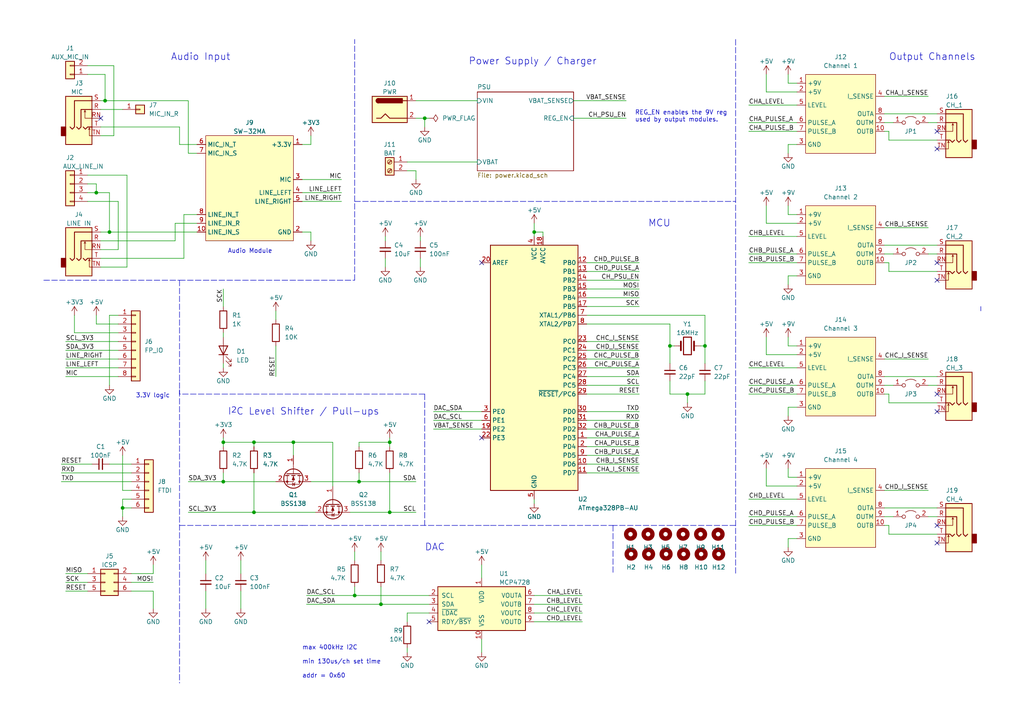
<source format=kicad_sch>
(kicad_sch (version 20211123) (generator eeschema)
  (paper "A4")
  (title_block (title "SW-3240: Main Board") (date "2022-04-07") (rev "1") (company "saawsm") (comment 1 "See connector FP_IO and front panel board.") (comment 2 "Requires an I2C connection for control.") (comment 3 "The main board for the SW-3240."))
  (junction (at 199.39 114.3))
  (junction (at 30.48 29.21))
  (junction (at 64.77 128.27))
  (junction (at 104.14 139.7))
  (junction (at 73.66 128.27))
  (junction (at 154.94 67.31))
  (junction (at 123.19 34.29))
  (junction (at 113.03 128.27))
  (junction (at 27.94 55.88))
  (junction (at 64.77 139.7))
  (junction (at 113.03 148.59))
  (junction (at 35.56 147.32))
  (junction (at 102.87 172.72))
  (junction (at 31.75 67.31))
  (junction (at 85.09 128.27))
  (junction (at 204.47 100.33))
  (junction (at 73.66 148.59))
  (junction (at 110.49 175.26))
  (junction (at 194.31 100.33))
  (no_connect (at 271.78 43.18))
  (no_connect (at 29.21 34.29))
  (no_connect (at 271.78 157.48))
  (no_connect (at 124.46 180.34))
  (no_connect (at 271.78 81.28))
  (no_connect (at 139.7 76.2))
  (no_connect (at 139.7 127))
  (no_connect (at 271.78 38.1))
  (no_connect (at 271.78 76.2))
  (no_connect (at 271.78 119.38))
  (no_connect (at 271.78 152.4))
  (no_connect (at 271.78 114.3))
  (wire (pts (xy 269.24 111.76) (xy 271.78 111.76)))
  (wire (pts (xy 87.63 58.42) (xy 99.06 58.42)))
  (wire (pts (xy 257.81 76.2) (xy 257.81 78.74)))
  (wire (pts (xy 168.91 180.34) (xy 154.94 180.34)))
  (wire (pts (xy 269.24 27.94) (xy 256.54 27.94)))
  (wire (pts (xy 154.94 64.77) (xy 154.94 67.31)))
  (wire (pts (xy 228.6 62.23) (xy 228.6 59.69)))
  (wire (pts (xy 113.03 127) (xy 113.03 128.27)))
  (wire (pts (xy 102.87 170.18) (xy 102.87 172.72)))
  (wire (pts (xy 118.11 187.96) (xy 118.11 189.23)))
  (wire (pts (xy 194.31 114.3) (xy 199.39 114.3)))
  (wire (pts (xy 199.39 116.84) (xy 199.39 114.3)))
  (wire (pts (xy 104.14 139.7) (xy 120.65 139.7)))
  (wire (pts (xy 29.21 29.21) (xy 30.48 29.21)))
  (wire (pts (xy 27.94 93.98) (xy 34.29 93.98)))
  (wire (pts (xy 31.75 55.88) (xy 31.75 67.31)))
  (wire (pts (xy 228.6 118.11) (xy 231.14 118.11)))
  (wire (pts (xy 228.6 80.01) (xy 231.14 80.01)))
  (wire (pts (xy 170.18 121.92) (xy 185.42 121.92)))
  (wire (pts (xy 96.52 128.27) (xy 85.09 128.27)))
  (wire (pts (xy 29.21 39.37) (xy 33.02 39.37)))
  (wire (pts (xy 54.61 148.59) (xy 73.66 148.59)))
  (wire (pts (xy 256.54 109.22) (xy 271.78 109.22)))
  (wire (pts (xy 168.91 172.72) (xy 154.94 172.72)))
  (wire (pts (xy 102.87 172.72) (xy 124.46 172.72)))
  (wire (pts (xy 59.69 162.56) (xy 59.69 166.37)))
  (wire (pts (xy 57.15 62.23) (xy 53.34 62.23)))
  (wire (pts (xy 29.21 31.75) (xy 35.56 31.75)))
  (wire (pts (xy 34.29 58.42) (xy 34.29 72.39)))
  (wire (pts (xy 30.48 21.59) (xy 30.48 29.21)))
  (wire (pts (xy 50.8 64.77) (xy 50.8 69.85)))
  (wire (pts (xy 44.45 168.91) (xy 38.1 168.91)))
  (wire (pts (xy 222.25 59.69) (xy 222.25 64.77)))
  (wire (pts (xy 21.59 96.52) (xy 21.59 91.44)))
  (wire (pts (xy 69.85 162.56) (xy 69.85 166.37)))
  (wire (pts (xy 87.63 52.07) (xy 99.06 52.07)))
  (wire (pts (xy 35.56 142.24) (xy 38.1 142.24)))
  (wire (pts (xy 73.66 128.27) (xy 73.66 129.54)))
  (wire (pts (xy 269.24 35.56) (xy 271.78 35.56)))
  (wire (pts (xy 170.18 127) (xy 185.42 127)))
  (wire (pts (xy 27.94 91.44) (xy 27.94 93.98)))
  (wire (pts (xy 57.15 44.45) (xy 54.61 44.45)))
  (wire (pts (xy 139.7 119.38) (xy 125.73 119.38)))
  (wire (pts (xy 59.69 171.45) (xy 59.69 176.53)))
  (wire (pts (xy 125.73 124.46) (xy 139.7 124.46)))
  (wire (pts (xy 256.54 33.02) (xy 271.78 33.02)))
  (wire (pts (xy 185.42 86.36) (xy 170.18 86.36)))
  (wire (pts (xy 73.66 148.59) (xy 91.44 148.59)))
  (wire (pts (xy 217.17 68.58) (xy 231.14 68.58)))
  (wire (pts (xy 204.47 110.49) (xy 204.47 114.3)))
  (wire (pts (xy 110.49 160.02) (xy 110.49 162.56)))
  (wire (pts (xy 139.7 185.42) (xy 139.7 189.23)))
  (wire (pts (xy 228.6 100.33) (xy 228.6 97.79)))
  (wire (pts (xy 118.11 177.8) (xy 118.11 180.34)))
  (wire (pts (xy 170.18 119.38) (xy 185.42 119.38)))
  (wire (pts (xy 25.4 55.88) (xy 27.94 55.88)))
  (wire (pts (xy 154.94 146.05) (xy 154.94 144.78)))
  (wire (pts (xy 269.24 66.04) (xy 256.54 66.04)))
  (wire (pts (xy 29.21 77.47) (xy 36.83 77.47)))
  (wire (pts (xy 123.19 34.29) (xy 124.46 34.29)))
  (wire (pts (xy 228.6 138.43) (xy 228.6 135.89)))
  (wire (pts (xy 25.4 166.37) (xy 19.05 166.37)))
  (wire (pts (xy 228.6 158.75) (xy 228.6 156.21)))
  (wire (pts (xy 88.9 175.26) (xy 110.49 175.26)))
  (wire (pts (xy 168.91 177.8) (xy 154.94 177.8)))
  (wire (pts (xy 57.15 64.77) (xy 50.8 64.77)))
  (polyline (pts (xy 284.48 88.9) (xy 284.48 90.17)))
  (wire (pts (xy 228.6 120.65) (xy 228.6 118.11)))
  (wire (pts (xy 204.47 114.3) (xy 199.39 114.3)))
  (wire (pts (xy 170.18 109.22) (xy 185.42 109.22)))
  (wire (pts (xy 34.29 106.68) (xy 19.05 106.68)))
  (wire (pts (xy 34.29 96.52) (xy 21.59 96.52)))
  (polyline (pts (xy 102.87 81.28) (xy 102.87 11.43)))
  (wire (pts (xy 29.21 72.39) (xy 34.29 72.39)))
  (wire (pts (xy 257.81 38.1) (xy 257.81 40.64)))
  (polyline (pts (xy 213.36 152.4) (xy 177.8 152.4)))
  (wire (pts (xy 120.65 29.21) (xy 138.43 29.21)))
  (wire (pts (xy 104.14 137.16) (xy 104.14 139.7)))
  (wire (pts (xy 110.49 170.18) (xy 110.49 175.26)))
  (wire (pts (xy 269.24 104.14) (xy 256.54 104.14)))
  (wire (pts (xy 228.6 82.55) (xy 228.6 80.01)))
  (wire (pts (xy 170.18 132.08) (xy 185.42 132.08)))
  (wire (pts (xy 170.18 76.2) (xy 185.42 76.2)))
  (wire (pts (xy 38.1 147.32) (xy 35.56 147.32)))
  (wire (pts (xy 80.01 90.17) (xy 80.01 92.71)))
  (wire (pts (xy 194.31 93.98) (xy 194.31 100.33)))
  (wire (pts (xy 90.17 41.91) (xy 90.17 39.37)))
  (wire (pts (xy 54.61 29.21) (xy 54.61 44.45)))
  (wire (pts (xy 34.29 109.22) (xy 19.05 109.22)))
  (wire (pts (xy 118.11 49.53) (xy 120.65 49.53)))
  (wire (pts (xy 64.77 139.7) (xy 80.01 139.7)))
  (wire (pts (xy 256.54 38.1) (xy 257.81 38.1)))
  (wire (pts (xy 256.54 73.66) (xy 259.08 73.66)))
  (wire (pts (xy 170.18 137.16) (xy 185.42 137.16)))
  (wire (pts (xy 53.34 62.23) (xy 53.34 74.93)))
  (wire (pts (xy 228.6 41.91) (xy 231.14 41.91)))
  (wire (pts (xy 102.87 160.02) (xy 102.87 162.56)))
  (wire (pts (xy 101.6 148.59) (xy 113.03 148.59)))
  (wire (pts (xy 90.17 139.7) (xy 104.14 139.7)))
  (wire (pts (xy 139.7 121.92) (xy 125.73 121.92)))
  (wire (pts (xy 231.14 26.67) (xy 222.25 26.67)))
  (wire (pts (xy 256.54 147.32) (xy 271.78 147.32)))
  (wire (pts (xy 29.21 67.31) (xy 31.75 67.31)))
  (wire (pts (xy 217.17 144.78) (xy 231.14 144.78)))
  (wire (pts (xy 195.58 100.33) (xy 194.31 100.33)))
  (wire (pts (xy 25.4 50.8) (xy 36.83 50.8)))
  (wire (pts (xy 185.42 81.28) (xy 170.18 81.28)))
  (wire (pts (xy 269.24 142.24) (xy 256.54 142.24)))
  (wire (pts (xy 120.65 52.07) (xy 120.65 49.53)))
  (wire (pts (xy 194.31 110.49) (xy 194.31 114.3)))
  (wire (pts (xy 228.6 156.21) (xy 231.14 156.21)))
  (wire (pts (xy 64.77 128.27) (xy 64.77 127)))
  (wire (pts (xy 121.92 74.93) (xy 121.92 77.47)))
  (wire (pts (xy 231.14 138.43) (xy 228.6 138.43)))
  (wire (pts (xy 73.66 137.16) (xy 73.66 148.59)))
  (wire (pts (xy 123.19 36.83) (xy 123.19 34.29)))
  (wire (pts (xy 170.18 129.54) (xy 185.42 129.54)))
  (wire (pts (xy 27.94 55.88) (xy 31.75 55.88)))
  (wire (pts (xy 44.45 163.83) (xy 44.45 166.37)))
  (wire (pts (xy 31.75 91.44) (xy 31.75 111.76)))
  (wire (pts (xy 118.11 46.99) (xy 138.43 46.99)))
  (wire (pts (xy 96.52 140.97) (xy 96.52 128.27)))
  (polyline (pts (xy 52.07 152.4) (xy 87.63 152.4)))
  (wire (pts (xy 35.56 144.78) (xy 35.56 147.32)))
  (wire (pts (xy 104.14 128.27) (xy 113.03 128.27)))
  (wire (pts (xy 217.17 30.48) (xy 231.14 30.48)))
  (wire (pts (xy 222.25 21.59) (xy 222.25 26.67)))
  (wire (pts (xy 217.17 76.2) (xy 231.14 76.2)))
  (wire (pts (xy 90.17 69.85) (xy 90.17 67.31)))
  (polyline (pts (xy 12.7 81.28) (xy 52.07 81.28)))
  (wire (pts (xy 217.17 73.66) (xy 231.14 73.66)))
  (polyline (pts (xy 213.36 11.43) (xy 213.36 166.37)))
  (wire (pts (xy 170.18 114.3) (xy 185.42 114.3)))
  (wire (pts (xy 166.37 29.21) (xy 181.61 29.21)))
  (wire (pts (xy 53.34 74.93) (xy 29.21 74.93)))
  (wire (pts (xy 19.05 99.06) (xy 34.29 99.06)))
  (wire (pts (xy 38.1 144.78) (xy 35.56 144.78)))
  (wire (pts (xy 64.77 88.9) (xy 64.77 83.82)))
  (wire (pts (xy 194.31 100.33) (xy 194.31 105.41)))
  (wire (pts (xy 38.1 139.7) (xy 17.78 139.7)))
  (wire (pts (xy 203.2 100.33) (xy 204.47 100.33)))
  (wire (pts (xy 111.76 74.93) (xy 111.76 77.47)))
  (wire (pts (xy 73.66 128.27) (xy 85.09 128.27)))
  (wire (pts (xy 170.18 134.62) (xy 185.42 134.62)))
  (wire (pts (xy 170.18 91.44) (xy 204.47 91.44)))
  (wire (pts (xy 170.18 93.98) (xy 194.31 93.98)))
  (wire (pts (xy 154.94 67.31) (xy 154.94 68.58)))
  (wire (pts (xy 256.54 71.12) (xy 271.78 71.12)))
  (wire (pts (xy 38.1 171.45) (xy 44.45 171.45)))
  (wire (pts (xy 257.81 154.94) (xy 271.78 154.94)))
  (wire (pts (xy 69.85 171.45) (xy 69.85 176.53)))
  (wire (pts (xy 27.94 55.88) (xy 27.94 53.34)))
  (wire (pts (xy 25.4 58.42) (xy 34.29 58.42)))
  (wire (pts (xy 87.63 41.91) (xy 90.17 41.91)))
  (wire (pts (xy 85.09 128.27) (xy 85.09 132.08)))
  (wire (pts (xy 33.02 19.05) (xy 33.02 39.37)))
  (wire (pts (xy 31.75 134.62) (xy 38.1 134.62)))
  (wire (pts (xy 217.17 35.56) (xy 231.14 35.56)))
  (wire (pts (xy 170.18 78.74) (xy 185.42 78.74)))
  (polyline (pts (xy 52.07 81.28) (xy 52.07 198.12)))
  (wire (pts (xy 64.77 105.41) (xy 64.77 106.68)))
  (wire (pts (xy 44.45 166.37) (xy 38.1 166.37)))
  (polyline (pts (xy 102.87 58.42) (xy 213.36 58.42)))
  (wire (pts (xy 185.42 83.82) (xy 170.18 83.82)))
  (wire (pts (xy 222.25 97.79) (xy 222.25 102.87)))
  (wire (pts (xy 34.29 91.44) (xy 31.75 91.44)))
  (wire (pts (xy 90.17 67.31) (xy 87.63 67.31)))
  (wire (pts (xy 204.47 91.44) (xy 204.47 100.33)))
  (wire (pts (xy 170.18 111.76) (xy 185.42 111.76)))
  (wire (pts (xy 257.81 114.3) (xy 257.81 116.84)))
  (wire (pts (xy 166.37 34.29) (xy 181.61 34.29)))
  (wire (pts (xy 27.94 53.34) (xy 25.4 53.34)))
  (wire (pts (xy 35.56 132.08) (xy 35.56 142.24)))
  (wire (pts (xy 269.24 149.86) (xy 271.78 149.86)))
  (wire (pts (xy 217.17 38.1) (xy 231.14 38.1)))
  (wire (pts (xy 217.17 114.3) (xy 231.14 114.3)))
  (wire (pts (xy 231.14 102.87) (xy 222.25 102.87)))
  (wire (pts (xy 38.1 137.16) (xy 17.78 137.16)))
  (wire (pts (xy 87.63 55.88) (xy 99.06 55.88)))
  (wire (pts (xy 256.54 35.56) (xy 259.08 35.56)))
  (wire (pts (xy 257.81 152.4) (xy 257.81 154.94)))
  (wire (pts (xy 168.91 175.26) (xy 154.94 175.26)))
  (wire (pts (xy 157.48 68.58) (xy 157.48 67.31)))
  (wire (pts (xy 228.6 44.45) (xy 228.6 41.91)))
  (wire (pts (xy 228.6 24.13) (xy 228.6 21.59)))
  (polyline (pts (xy 123.19 114.3) (xy 52.07 114.3)))
  (wire (pts (xy 19.05 168.91) (xy 25.4 168.91)))
  (wire (pts (xy 30.48 29.21) (xy 54.61 29.21)))
  (wire (pts (xy 64.77 128.27) (xy 73.66 128.27)))
  (polyline (pts (xy 123.19 114.3) (xy 123.19 152.4)))
  (wire (pts (xy 113.03 128.27) (xy 113.03 129.54)))
  (wire (pts (xy 231.14 100.33) (xy 228.6 100.33)))
  (wire (pts (xy 170.18 104.14) (xy 185.42 104.14)))
  (polyline (pts (xy 87.63 152.4) (xy 142.24 152.4)))
  (wire (pts (xy 50.8 69.85) (xy 29.21 69.85)))
  (wire (pts (xy 185.42 101.6) (xy 170.18 101.6)))
  (wire (pts (xy 111.76 68.58) (xy 111.76 69.85)))
  (wire (pts (xy 31.75 67.31) (xy 57.15 67.31)))
  (wire (pts (xy 269.24 73.66) (xy 271.78 73.66)))
  (wire (pts (xy 217.17 149.86) (xy 231.14 149.86)))
  (wire (pts (xy 256.54 111.76) (xy 259.08 111.76)))
  (wire (pts (xy 256.54 152.4) (xy 257.81 152.4)))
  (wire (pts (xy 139.7 163.83) (xy 139.7 167.64)))
  (wire (pts (xy 231.14 62.23) (xy 228.6 62.23)))
  (wire (pts (xy 217.17 111.76) (xy 231.14 111.76)))
  (wire (pts (xy 25.4 21.59) (xy 30.48 21.59)))
  (wire (pts (xy 64.77 137.16) (xy 64.77 139.7)))
  (wire (pts (xy 19.05 101.6) (xy 34.29 101.6)))
  (wire (pts (xy 113.03 148.59) (xy 120.65 148.59)))
  (wire (pts (xy 185.42 88.9) (xy 170.18 88.9)))
  (wire (pts (xy 154.94 67.31) (xy 157.48 67.31)))
  (wire (pts (xy 34.29 104.14) (xy 19.05 104.14)))
  (wire (pts (xy 256.54 76.2) (xy 257.81 76.2)))
  (wire (pts (xy 222.25 135.89) (xy 222.25 140.97)))
  (wire (pts (xy 170.18 124.46) (xy 185.42 124.46)))
  (polyline (pts (xy 177.8 157.48) (xy 177.8 166.37)))
  (wire (pts (xy 64.77 96.52) (xy 64.77 97.79)))
  (wire (pts (xy 36.83 50.8) (xy 36.83 77.47)))
  (wire (pts (xy 110.49 175.26) (xy 124.46 175.26)))
  (wire (pts (xy 257.81 116.84) (xy 271.78 116.84)))
  (wire (pts (xy 256.54 149.86) (xy 259.08 149.86)))
  (wire (pts (xy 64.77 128.27) (xy 64.77 129.54)))
  (wire (pts (xy 88.9 172.72) (xy 102.87 172.72)))
  (wire (pts (xy 57.15 41.91) (xy 52.07 41.91)))
  (wire (pts (xy 124.46 177.8) (xy 118.11 177.8)))
  (wire (pts (xy 113.03 137.16) (xy 113.03 148.59)))
  (wire (pts (xy 204.47 100.33) (xy 204.47 105.41)))
  (wire (pts (xy 217.17 106.68) (xy 231.14 106.68)))
  (wire (pts (xy 231.14 140.97) (xy 222.25 140.97)))
  (wire (pts (xy 256.54 114.3) (xy 257.81 114.3)))
  (wire (pts (xy 25.4 171.45) (xy 19.05 171.45)))
  (wire (pts (xy 231.14 64.77) (xy 222.25 64.77)))
  (wire (pts (xy 44.45 171.45) (xy 44.45 176.53)))
  (wire (pts (xy 104.14 129.54) (xy 104.14 128.27)))
  (wire (pts (xy 52.07 41.91) (xy 52.07 36.83)))
  (wire (pts (xy 170.18 106.68) (xy 185.42 106.68)))
  (wire (pts (xy 17.78 134.62) (xy 26.67 134.62)))
  (wire (pts (xy 170.18 99.06) (xy 185.42 99.06)))
  (wire (pts (xy 257.81 78.74) (xy 271.78 78.74)))
  (polyline (pts (xy 52.07 81.28) (xy 102.87 81.28)))
  (wire (pts (xy 35.56 147.32) (xy 35.56 149.86)))
  (wire (pts (xy 54.61 139.7) (xy 64.77 139.7)))
  (wire (pts (xy 231.14 24.13) (xy 228.6 24.13)))
  (wire (pts (xy 217.17 152.4) (xy 231.14 152.4)))
  (wire (pts (xy 80.01 100.33) (xy 80.01 109.22)))
  (wire (pts (xy 121.92 68.58) (xy 121.92 69.85)))
  (wire (pts (xy 25.4 19.05) (xy 33.02 19.05)))
  (wire (pts (xy 257.81 40.64) (xy 271.78 40.64)))
  (polyline (pts (xy 52.07 114.3) (xy 52.07 113.03)))
  (polyline (pts (xy 177.8 152.4) (xy 177.8 157.48)))
  (wire (pts (xy 123.19 34.29) (xy 120.65 34.29)))
  (wire (pts (xy 52.07 36.83) (xy 29.21 36.83)))
  (polyline (pts (xy 142.24 152.4) (xy 177.8 152.4)))
  (text "I^{2}C Level Shifter / Pull-ups" (at 66.04 120.65 0) (effects (font (size 2 2)) (justify left bottom)))
  (text "3.3V logic" (at 39.37 115.57 0) (effects (font (size 1.27 1.27)) (justify left bottom)))
  (text "MCU" (at 187.96 66.04 0) (effects (font (size 2 2)) (justify left bottom)))
  (text "Output Channels" (at 257.81 17.78 0) (effects (font (size 2 2)) (justify left bottom)))
  (text "Audio Input" (at 49.53 17.78 0) (effects (font (size 2 2)) (justify left bottom)))
  (text "REG_EN enables the 9V reg\nused by output modules." (at 184.15 35.56 0) (effects (font (size 1.27 1.27)) (justify left bottom)))
  (text "Power Supply / Charger" (at 135.89 19.05 0) (effects (font (size 2 2)) (justify left bottom)))
  (text "DAC\n" (at 123.19 160.02 0) (effects (font (size 2 2)) (justify left bottom)))
  (text "max 400kHz I2C\n\nmin 130us/ch set time\n\naddr = 0x60" (at 87.63 196.85 0) (effects (font (size 1.27 1.27)) (justify left bottom)))
  (text "Audio Module" (at 66.04 73.66 0) (effects (font (size 1.27 1.27)) (justify left bottom)))
  (label "CHD_PULSE_B" (at 217.17 152.4 0))
  (label "CHC_LEVEL" (at 168.91 177.8 180))
  (label "RESET" (at 19.05 171.45 0))
  (label "SCK" (at 185.42 88.9 180))
  (label "CHC_PULSE_B" (at 185.42 104.14 180))
  (label "CHA_LEVEL" (at 168.91 172.72 180))
  (label "CHC_LEVEL" (at 217.17 106.68 0))
  (label "MISO" (at 185.42 86.36 180))
  (label "CHB_PULSE_A" (at 185.42 132.08 180))
  (label "LINE_RIGHT" (at 99.06 58.42 180))
  (label "DAC_SDA" (at 125.73 119.38 0))
  (label "CHA_PULSE_A" (at 217.17 35.56 0))
  (label "RXD" (at 185.42 121.92 180))
  (label "CHD_PULSE_A" (at 217.17 149.86 0))
  (label "CHA_I_SENSE" (at 185.42 137.16 180))
  (label "CHD_LEVEL" (at 168.91 180.34 180))
  (label "CH_PSU_EN" (at 185.42 81.28 180))
  (label "MOSI" (at 44.45 168.91 180))
  (label "SCL" (at 120.65 148.59 180))
  (label "CHB_PULSE_B" (at 217.17 76.2 0))
  (label "SCL_3V3" (at 54.61 148.59 0))
  (label "CHB_I_SENSE" (at 269.24 66.04 180))
  (label "CHB_LEVEL" (at 168.91 175.26 180))
  (label "DAC_SDA" (at 88.9 175.26 0))
  (label "SCK" (at 19.05 168.91 0))
  (label "CHA_I_SENSE" (at 269.24 27.94 180))
  (label "CHA_PULSE_A" (at 185.42 127 180))
  (label "MISO" (at 19.05 166.37 0))
  (label "VBAT_SENSE" (at 125.73 124.46 0))
  (label "SCL" (at 185.42 111.76 180))
  (label "CHA_LEVEL" (at 217.17 30.48 0))
  (label "CHD_I_SENSE" (at 269.24 142.24 180))
  (label "SDA" (at 120.65 139.7 180))
  (label "CHC_I_SENSE" (at 185.42 99.06 180))
  (label "CHC_PULSE_B" (at 217.17 114.3 0))
  (label "SCL_3V3" (at 19.05 99.06 0))
  (label "CHA_PULSE_B" (at 185.42 129.54 180))
  (label "MOSI" (at 185.42 83.82 180))
  (label "CHB_PULSE_A" (at 217.17 73.66 0))
  (label "RESET" (at 185.42 114.3 180))
  (label "SDA_3V3" (at 54.61 139.7 0))
  (label "CHD_LEVEL" (at 217.17 144.78 0))
  (label "CHC_I_SENSE" (at 269.24 104.14 180))
  (label "MIC" (at 99.06 52.07 180))
  (label "CHD_PULSE_B" (at 185.42 76.2 180))
  (label "SDA" (at 185.42 109.22 180))
  (label "CHB_PULSE_B" (at 185.42 124.46 180))
  (label "CH_PSU_EN" (at 181.61 34.29 180))
  (label "CHD_PULSE_A" (at 185.42 78.74 180))
  (label "SCK" (at 64.77 83.82 270))
  (label "CHB_LEVEL" (at 217.17 68.58 0))
  (label "TXD" (at 17.78 139.7 0))
  (label "LINE_LEFT" (at 19.05 106.68 0))
  (label "SDA_3V3" (at 19.05 101.6 0))
  (label "LINE_RIGHT" (at 19.05 104.14 0))
  (label "CHD_I_SENSE" (at 185.42 101.6 180))
  (label "RESET" (at 80.01 109.22 90))
  (label "RXD" (at 17.78 137.16 0))
  (label "CHA_PULSE_B" (at 217.17 38.1 0))
  (label "CHB_I_SENSE" (at 185.42 134.62 180))
  (label "DAC_SCL" (at 88.9 172.72 0))
  (label "CHC_PULSE_A" (at 185.42 106.68 180))
  (label "RESET" (at 17.78 134.62 0))
  (label "CHC_PULSE_A" (at 217.17 111.76 0))
  (label "TXD" (at 185.42 119.38 180))
  (label "MIC" (at 19.05 109.22 0))
  (label "VBAT_SENSE" (at 181.61 29.21 180))
  (label "LINE_LEFT" (at 99.06 55.88 180))
  (label "DAC_SCL" (at 125.73 121.92 0))
  (symbol (lib_id "Connector_Generic:Conn_01x06") (at 43.18 139.7 0) (unit 1)
    (property "Reference" "J8" (at 45.72 139.6999 0) (effects (justify left)))
    (property "Value" "FTDI" (at 45.72 142.2399 0) (effects (justify left)))
    (property "Footprint" "Connector_PinHeader_2.54mm:PinHeader_1x06_P2.54mm_Vertical" (effects hide))
  )
  (symbol (lib_id "Connector:Barrel_Jack") (at 113.03 31.75 0) (unit 1)
    (property "Reference" "J10" (at 113.03 24.13 0))
    (property "Value" "PWR" (at 113.03 26.67 0))
    (property "Footprint" "SaawLib:BarrelJack_CUI_PJ-102AH_Horizontal" (effects hide))
    (property "MPN" "PJ-102AH" (effects hide))
    (property "MOUSER" "490-PJ-102AH" (effects hide))
  )
  (symbol (lib_id "Device:C_Small") (at 29.21 134.62 90) (unit 1)
    (property "Reference" "C1" (at 29.21 129.54 90))
    (property "Value" "100nF" (at 29.21 132.08 90))
    (property "Footprint" "Capacitor_SMD:C_0603_1608Metric" (effects hide))
    (property "MOUSER" "187-CL10B104KB8NNNC" (effects hide))
    (property "MPN" "CL10B104KB8NNNC" (effects hide))
    (property "LCSC" "C1591" (effects hide))
  )
  (symbol (lib_id "power:+5V") (at 35.56 132.08 0) (unit 1)
    (property "Reference" "#PWR04" (effects hide))
    (property "Value" "+5V" (at 35.56 128.27 0))
  )
  (symbol (lib_id "Device:R") (at 113.03 133.35 0) (unit 1)
    (property "Reference" "R8" (at 115.57 132.08 0) (effects (justify left)))
    (property "Value" "4.7K" (at 115.57 134.62 0) (effects (justify left)))
    (property "Footprint" "Resistor_SMD:R_0603_1608Metric" (effects hide))
    (property "MOUSER" "603-RC0603FR-074K7L" (effects hide))
    (property "MPN" "RC0603FR-074K7L" (effects hide))
    (property "LCSC" "C99782" (effects hide))
  )
  (symbol (lib_id "Device:Crystal") (at 199.39 100.33 180) (unit 1)
    (property "Reference" "Y1" (at 199.39 93.98 0))
    (property "Value" "16MHz" (at 199.39 96.52 0))
    (property "Footprint" "Crystal:Crystal_HC49-4H_Vertical" (effects hide))
  )
  (symbol (lib_id "Mechanical:MountingHole") (at 182.88 154.94 0) (unit 1) (in_bom no)
    (property "Reference" "H1" (at 182.88 158.75 0))
    (property "Value" "MountingHole" (effects hide))
    (property "Footprint" "MountingHole:MountingHole_2.2mm_M2" (effects hide))
  )
  (symbol (lib_id "power:GND") (at 228.6 120.65 0) (unit 1)
    (property "Reference" "#PWR041" (effects hide))
    (property "Value" "GND" (at 228.6 124.46 0))
  )
  (symbol (lib_id "Mechanical:MountingHole") (at 193.1978 160.7053 0) (unit 1) (in_bom no)
    (property "Reference" "H6" (at 193.1978 164.5153 0))
    (property "Value" "MountingHole" (effects hide))
    (property "Footprint" "MountingHole:MountingHole_2.2mm_M2" (effects hide))
  )
  (symbol (lib_id "power:GND") (at 154.94 146.05 0) (unit 1)
    (property "Reference" "#PWR030" (effects hide))
    (property "Value" "GND" (at 154.94 149.86 0))
  )
  (symbol (lib_id "Mechanical:MountingHole") (at 183.0378 160.7053 0) (unit 1) (in_bom no)
    (property "Reference" "H2" (at 183.0378 164.5153 0))
    (property "Value" "MountingHole" (effects hide))
    (property "Footprint" "MountingHole:MountingHole_2.2mm_M2" (effects hide))
  )
  (symbol (lib_id "Connector:AudioJack3_SwitchTR") (at 276.86 35.56 0) (mirror y) (unit 1)
    (property "Reference" "J16" (at 274.32 27.94 0) (effects (justify right)))
    (property "Value" "CH_1" (at 274.32 30.48 0) (effects (justify right)))
    (property "Footprint" "SaawLib:STX-3100-5N" (effects hide))
    (property "MPN" "STX-3100-5N" (effects hide))
    (property "MOUSER" "806-STX-3100-5N" (effects hide))
  )
  (symbol (lib_id "power:GND") (at 35.56 149.86 0) (unit 1)
    (property "Reference" "#PWR05" (effects hide))
    (property "Value" "GND" (at 35.56 153.67 0))
  )
  (symbol (lib_id "power:GND") (at 123.19 36.83 0) (unit 1)
    (property "Reference" "#PWR026" (effects hide))
    (property "Value" "GND" (at 123.19 40.64 0))
  )
  (symbol (lib_id "Connector:AudioJack3_SwitchTR") (at 276.86 73.66 0) (mirror y) (unit 1)
    (property "Reference" "J17" (at 274.32 66.04 0) (effects (justify right)))
    (property "Value" "CH_2" (at 274.32 68.58 0) (effects (justify right)))
    (property "Footprint" "SaawLib:STX-3100-5N" (effects hide))
    (property "MPN" "STX-3100-5N" (effects hide))
    (property "MOUSER" "806-STX-3100-5N" (effects hide))
  )
  (symbol (lib_id "power:+3.3V") (at 64.77 127 0) (unit 1)
    (property "Reference" "#PWR011" (effects hide))
    (property "Value" "+3.3V" (at 64.77 123.19 0))
  )
  (symbol (lib_id "Jumper:Jumper_2_Open") (at 264.16 149.86 0) (unit 1)
    (property "Reference" "JP4" (at 264.16 152.4 0))
    (property "Value" "JP4" (effects hide))
    (property "Footprint" "Connector_PinHeader_2.54mm:PinHeader_2x01_P2.54mm_Vertical" (effects hide))
  )
  (symbol (lib_id "Transistor_FET:BSS138") (at 96.52 146.05 270) (unit 1)
    (property "Reference" "Q2" (at 105.41 143.51 90))
    (property "Value" "BSS138" (at 105.41 146.05 90))
    (property "Footprint" "Package_TO_SOT_SMD:SOT-23" (effects hide))
    (property "Datasheet" "https://www.onsemi.com/pub/Collateral/BSS138-D.PDF" (effects hide))
    (property "MPN" "BSS138" (effects hide))
  )
  (symbol (lib_id "Transistor_FET:BSS138") (at 85.09 137.16 270) (unit 1)
    (property "Reference" "Q1" (at 85.09 143.51 90))
    (property "Value" "BSS138" (at 85.09 146.05 90))
    (property "Footprint" "Package_TO_SOT_SMD:SOT-23" (effects hide))
    (property "Datasheet" "https://www.onsemi.com/pub/Collateral/BSS138-D.PDF" (effects hide))
    (property "MPN" "BSS138" (effects hide))
  )
  (symbol (lib_id "Connector:Screw_Terminal_01x02") (at 113.03 46.99 0) (mirror y) (unit 1)
    (property "Reference" "J11" (at 113.03 41.91 0))
    (property "Value" "BAT" (at 113.03 44.45 0))
    (property "Footprint" "Connector_JST:JST_XH_B2B-XH-A_1x02_P2.50mm_Vertical" (effects hide))
  )
  (symbol (lib_id "Jumper:Jumper_2_Open") (at 264.16 35.56 0) (unit 1)
    (property "Reference" "JP1" (at 264.16 38.1 0))
    (property "Value" "JP1" (effects hide))
    (property "Footprint" "Connector_PinHeader_2.54mm:PinHeader_2x01_P2.54mm_Vertical" (effects hide))
  )
  (symbol (lib_id "Device:C_Small") (at 111.76 72.39 0) (unit 1)
    (property "Reference" "C4" (at 114.3 71.12 0) (effects (justify left)))
    (property "Value" "10uF" (at 114.3 73.66 0) (effects (justify left)))
    (property "Footprint" "Capacitor_SMD:C_0603_1608Metric" (effects hide))
    (property "MOUSER" "187-CL10A106MA8NRNC" (effects hide))
    (property "MPN" "CL10A106MA8NRNC" (effects hide))
    (property "LCSC" "C2922482" (effects hide))
  )
  (symbol (lib_id "Device:R") (at 64.77 92.71 0) (unit 1)
    (property "Reference" "R1" (at 67.31 91.44 0) (effects (justify left)))
    (property "Value" "1K" (at 67.31 93.98 0) (effects (justify left)))
    (property "Footprint" "Resistor_SMD:R_0603_1608Metric" (effects hide))
    (property "MOUSER" "603-RC0603FR-071KL" (effects hide))
    (property "MPN" "RC0603FR-071KL" (effects hide))
    (property "LCSC" "C22548" (effects hide))
  )
  (symbol (lib_id "Device:R") (at 80.01 96.52 0) (unit 1)
    (property "Reference" "R4" (at 82.55 95.2499 0) (effects (justify left)))
    (property "Value" "10K" (at 82.55 97.7899 0) (effects (justify left)))
    (property "Footprint" "Resistor_SMD:R_0603_1608Metric" (effects hide))
    (property "MOUSER" "603-RC0603FR-0710KL" (effects hide))
    (property "MPN" "RC0603FR-0710KL" (effects hide))
    (property "LCSC" "C98220" (effects hide))
  )
  (symbol (lib_id "Connector_Generic:Conn_01x04") (at 20.32 53.34 0) (mirror y) (unit 1)
    (property "Reference" "J2" (at 20.32 45.72 0))
    (property "Value" "AUX_LINE_IN" (at 24.13 48.26 0))
    (property "Footprint" "Connector_PinHeader_2.54mm:PinHeader_1x04_P2.54mm_Vertical" (effects hide))
  )
  (symbol (lib_id "power:+5V") (at 111.76 68.58 0) (unit 1)
    (property "Reference" "#PWR019" (effects hide))
    (property "Value" "+5V" (at 111.76 64.77 0))
  )
  (symbol (lib_id "power:+5V") (at 113.03 127 0) (unit 1)
    (property "Reference" "#PWR021" (effects hide))
    (property "Value" "+5V" (at 113.03 123.19 0))
  )
  (symbol (lib_id "Mechanical:MountingHole") (at 198.12 154.94 0) (unit 1) (in_bom no)
    (property "Reference" "H7" (at 198.12 158.75 0))
    (property "Value" "MountingHole" (effects hide))
    (property "Footprint" "MountingHole:MountingHole_2.2mm_M2" (effects hide))
  )
  (symbol (lib_id "Connector_Generic:Conn_01x02") (at 20.32 21.59 180) (unit 1)
    (property "Reference" "J1" (at 20.32 13.97 0))
    (property "Value" "AUX_MIC_IN" (at 20.32 16.51 0))
    (property "Footprint" "Connector_PinHeader_2.54mm:PinHeader_1x02_P2.54mm_Vertical" (effects hide))
  )
  (symbol (lib_id "power:GND") (at 139.7 189.23 0) (unit 1)
    (property "Reference" "#PWR028" (effects hide))
    (property "Value" "GND" (at 139.7 193.04 0))
  )
  (symbol (lib_id "power:+5V") (at 222.25 97.79 0) (unit 1)
    (property "Reference" "#PWR034" (effects hide))
    (property "Value" "+5V" (at 222.25 93.98 0))
  )
  (symbol (lib_id "power:+5V") (at 69.85 162.56 0) (unit 1)
    (property "Reference" "#PWR012" (effects hide))
    (property "Value" "+5V" (at 69.85 158.75 0))
  )
  (symbol (lib_id "Device:R") (at 118.11 184.15 180) (unit 1)
    (property "Reference" "R9" (at 116.84 182.88 0) (effects (justify left)))
    (property "Value" "10K" (at 116.84 185.42 0) (effects (justify left)))
    (property "Footprint" "Resistor_SMD:R_0603_1608Metric" (effects hide))
    (property "MOUSER" "603-RC0603FR-0710KL" (effects hide))
    (property "MPN" "RC0603FR-0710KL" (effects hide))
    (property "LCSC" "C98220" (effects hide))
  )
  (symbol (lib_id "SaawLib:SW-32MO") (at 243.84 69.85 0) (unit 1)
    (property "Reference" "J13" (at 243.84 54.61 0))
    (property "Value" "Channel 2" (at 243.84 57.15 0))
    (property "Footprint" "SaawLib:SW-32MO_Socket" (effects hide))
  )
  (symbol (lib_id "Mechanical:MountingHole") (at 203.2 154.94 0) (unit 1) (in_bom no)
    (property "Reference" "H9" (at 203.2 158.75 0))
    (property "Value" "MountingHole" (effects hide))
    (property "Footprint" "MountingHole:MountingHole_2.2mm_M2" (effects hide))
  )
  (symbol (lib_id "Connector_Generic:Conn_02x03_Odd_Even") (at 30.48 168.91 0) (unit 1)
    (property "Reference" "J5" (at 31.75 161.29 0))
    (property "Value" "ICSP" (at 31.75 163.83 0))
    (property "Footprint" "Connector_PinHeader_2.54mm:PinHeader_2x03_P2.54mm_Vertical" (effects hide))
  )
  (symbol (lib_id "power:+5V") (at 139.7 163.83 0) (unit 1)
    (property "Reference" "#PWR027" (effects hide))
    (property "Value" "+5V" (at 139.7 160.02 0))
  )
  (symbol (lib_id "Mechanical:MountingHole") (at 198.2778 160.7053 0) (unit 1) (in_bom no)
    (property "Reference" "H8" (at 198.2778 164.5153 0))
    (property "Value" "MountingHole" (effects hide))
    (property "Footprint" "MountingHole:MountingHole_2.2mm_M2" (effects hide))
  )
  (symbol (lib_id "power:GND") (at 69.85 176.53 0) (unit 1)
    (property "Reference" "#PWR013" (effects hide))
    (property "Value" "GND" (at 69.85 180.34 0))
  )
  (symbol (lib_id "power:GND") (at 120.65 52.07 0) (unit 1)
    (property "Reference" "#PWR023" (effects hide))
    (property "Value" "GND" (at 120.65 55.88 0))
  )
  (symbol (lib_id "Mechanical:MountingHole") (at 193.04 154.94 0) (unit 1) (in_bom no)
    (property "Reference" "H5" (at 193.04 158.75 0))
    (property "Value" "MountingHole" (effects hide))
    (property "Footprint" "MountingHole:MountingHole_2.2mm_M2" (effects hide))
  )
  (symbol (lib_id "MCU_Microchip_ATmega:ATmega328PB-A") (at 154.94 106.68 0) (unit 1)
    (property "Reference" "U2" (at 167.64 144.78 0) (effects (justify left)))
    (property "Value" "ATmega328PB-AU" (at 167.64 147.32 0) (effects (justify left)))
    (property "Footprint" "Package_QFP:TQFP-32_7x7mm_P0.8mm" (effects hide))
    (property "Datasheet" "http://ww1.microchip.com/downloads/en/DeviceDoc/40001906C.pdf" (effects hide))
    (property "LCSC" "C132230" (effects hide))
    (property "MOUSER" "556-ATMEGA328PB-AU" (effects hide))
    (property "MPN" "ATMEGA328PB-AU" (effects hide))
  )
  (symbol (lib_id "Device:R") (at 73.66 133.35 0) (unit 1)
    (property "Reference" "R3" (at 76.2 132.08 0) (effects (justify left)))
    (property "Value" "4.7K" (at 76.2 134.62 0) (effects (justify left)))
    (property "Footprint" "Resistor_SMD:R_0603_1608Metric" (effects hide))
    (property "MOUSER" "603-RC0603FR-074K7L" (effects hide))
    (property "MPN" "RC0603FR-074K7L" (effects hide))
    (property "LCSC" "C99782" (effects hide))
  )
  (symbol (lib_id "power:+5V") (at 110.49 160.02 0) (unit 1)
    (property "Reference" "#PWR018" (effects hide))
    (property "Value" "+5V" (at 110.49 156.21 0))
  )
  (symbol (lib_id "power:+5V") (at 27.94 91.44 0) (unit 1)
    (property "Reference" "#PWR02" (effects hide))
    (property "Value" "+5V" (at 27.94 87.63 0))
  )
  (symbol (lib_id "Connector:AudioJack3_SwitchTR") (at 24.13 31.75 0) (unit 1)
    (property "Reference" "J3" (at 24.13 24.13 0) (effects (justify right)))
    (property "Value" "MIC" (at 24.13 26.67 0) (effects (justify right)))
    (property "Footprint" "SaawLib:STX-3100-5N" (effects hide))
    (property "MOUSER" "806-STX-3100-5N" (effects hide))
    (property "MPN" "STX-3100-5N" (effects hide))
  )
  (symbol (lib_id "Device:C_Small") (at 204.47 107.95 0) (unit 1)
    (property "Reference" "C7" (at 207.01 106.6862 0) (effects (justify left)))
    (property "Value" "22pF" (at 207.01 109.2262 0) (effects (justify left)))
    (property "Footprint" "Capacitor_SMD:C_0603_1608Metric" (effects hide))
  )
  (symbol (lib_id "Device:C_Small") (at 121.92 72.39 0) (unit 1)
    (property "Reference" "C5" (at 124.46 71.12 0) (effects (justify left)))
    (property "Value" "100nF" (at 124.46 73.66 0) (effects (justify left)))
    (property "Footprint" "Capacitor_SMD:C_0603_1608Metric" (effects hide))
    (property "MOUSER" "187-CL10B104KB8NNNC" (effects hide))
    (property "MPN" "CL10B104KB8NNNC" (effects hide))
    (property "LCSC" "C1591" (effects hide))
  )
  (symbol (lib_id "Device:C_Small") (at 194.31 107.95 0) (unit 1)
    (property "Reference" "C6" (at 196.85 106.6862 0) (effects (justify left)))
    (property "Value" "22pF" (at 196.85 109.2262 0) (effects (justify left)))
    (property "Footprint" "Capacitor_SMD:C_0603_1608Metric" (effects hide))
  )
  (symbol (lib_id "Device:C_Small") (at 69.85 168.91 0) (unit 1)
    (property "Reference" "C3" (at 72.39 167.64 0) (effects (justify left)))
    (property "Value" "100nF" (at 72.39 170.18 0) (effects (justify left)))
    (property "Footprint" "Capacitor_SMD:C_0603_1608Metric" (effects hide))
    (property "MOUSER" "187-CL10B104KB8NNNC" (effects hide))
    (property "MPN" "CL10B104KB8NNNC" (effects hide))
    (property "LCSC" "C1591" (effects hide))
  )
  (symbol (lib_id "power:GND") (at 199.39 116.84 0) (unit 1)
    (property "Reference" "#PWR031" (effects hide))
    (property "Value" "GND" (at 199.39 120.65 0))
  )
  (symbol (lib_id "Device:LED") (at 64.77 101.6 90) (unit 1)
    (property "Reference" "D1" (at 68.58 101.9174 90) (effects (justify right)))
    (property "Value" "LED" (at 68.58 104.4574 90) (effects (justify right)))
    (property "Footprint" "LED_SMD:LED_0603_1608Metric" (effects hide))
    (property "MOUSER" "710-150060VS75000" (effects hide))
    (property "MPN" "150060VS75000" (effects hide))
  )
  (symbol (lib_id "Device:R") (at 104.14 133.35 0) (unit 1)
    (property "Reference" "R6" (at 106.68 132.08 0) (effects (justify left)))
    (property "Value" "4.7K" (at 106.68 134.62 0) (effects (justify left)))
    (property "Footprint" "Resistor_SMD:R_0603_1608Metric" (effects hide))
    (property "MOUSER" "603-RC0603FR-074K7L" (effects hide))
    (property "MPN" "RC0603FR-074K7L" (effects hide))
    (property "LCSC" "C99782" (effects hide))
  )
  (symbol (lib_id "power:GND") (at 118.11 189.23 0) (unit 1)
    (property "Reference" "#PWR022" (effects hide))
    (property "Value" "GND" (at 118.11 193.04 0))
  )
  (symbol (lib_id "Analog_DAC:MCP4728") (at 139.7 175.26 0) (unit 1)
    (property "Reference" "U1" (at 144.78 166.37 0) (effects (justify left)))
    (property "Value" "MCP4728" (at 144.78 168.91 0) (effects (justify left)))
    (property "Footprint" "Package_SO:MSOP-10_3x3mm_P0.5mm" (effects hide))
    (property "Datasheet" "http://ww1.microchip.com/downloads/en/DeviceDoc/22187E.pdf" (effects hide))
    (property "MPN" "MCP4728-E/UN" (effects hide))
    (property "LCSC" "C108207" (effects hide))
    (property "MOUSER" "579-MCP4728-E/UN" (effects hide))
  )
  (symbol (lib_id "power:+9V") (at 228.6 21.59 0) (unit 1)
    (property "Reference" "#PWR036" (effects hide))
    (property "Value" "+9V" (at 228.6 17.78 0))
  )
  (symbol (lib_id "power:GND") (at 111.76 77.47 0) (unit 1)
    (property "Reference" "#PWR020" (effects hide))
    (property "Value" "GND" (at 111.76 81.28 0))
  )
  (symbol (lib_id "power:+3.3V") (at 90.17 39.37 0) (unit 1)
    (property "Reference" "#PWR015" (effects hide))
    (property "Value" "+3.3V" (at 90.17 35.56 0))
  )
  (symbol (lib_id "power:GND") (at 90.17 69.85 0) (unit 1)
    (property "Reference" "#PWR016" (effects hide))
    (property "Value" "GND" (at 90.17 73.66 0))
  )
  (symbol (lib_id "power:+5V") (at 222.25 59.69 0) (unit 1)
    (property "Reference" "#PWR033" (effects hide))
    (property "Value" "+5V" (at 222.25 55.88 0))
  )
  (symbol (lib_id "Connector:AudioJack3_SwitchTR") (at 276.86 111.76 0) (mirror y) (unit 1)
    (property "Reference" "J18" (at 274.32 104.14 0) (effects (justify right)))
    (property "Value" "CH_3" (at 274.32 106.68 0) (effects (justify right)))
    (property "Footprint" "SaawLib:STX-3100-5N" (effects hide))
    (property "MPN" "STX-3100-5N" (effects hide))
    (property "MOUSER" "806-STX-3100-5N" (effects hide))
  )
  (symbol (lib_id "power:+5V") (at 44.45 163.83 0) (unit 1)
    (property "Reference" "#PWR06" (effects hide))
    (property "Value" "+5V" (at 44.45 160.02 0))
  )
  (symbol (lib_id "SaawLib:SW-32MA") (at 72.39 54.61 0) (unit 1)
    (property "Reference" "J9" (at 72.39 35.56 0))
    (property "Value" "SW-32MA" (at 72.39 38.1 0))
    (property "Footprint" "SaawLib:SW-32MA_Socket" (effects hide))
  )
  (symbol (lib_id "power:GND") (at 44.45 176.53 0) (unit 1)
    (property "Reference" "#PWR07" (effects hide))
    (property "Value" "GND" (at 44.45 180.34 0))
  )
  (symbol (lib_id "SaawLib:SW-32MO") (at 243.84 146.05 0) (unit 1)
    (property "Reference" "J15" (at 243.84 130.81 0))
    (property "Value" "Channel 4" (at 243.84 133.35 0))
    (property "Footprint" "SaawLib:SW-32MO_Socket" (effects hide))
  )
  (symbol (lib_id "power:+9V") (at 228.6 135.89 0) (unit 1)
    (property "Reference" "#PWR042" (effects hide))
    (property "Value" "+9V" (at 228.6 132.08 0))
  )
  (symbol (lib_id "power:+5V") (at 121.92 68.58 0) (unit 1)
    (property "Reference" "#PWR024" (effects hide))
    (property "Value" "+5V" (at 121.92 64.77 0))
  )
  (symbol (lib_id "Connector:AudioJack3_SwitchTR") (at 276.86 149.86 0) (mirror y) (unit 1)
    (property "Reference" "J19" (at 274.32 142.24 0) (effects (justify right)))
    (property "Value" "CH_4" (at 274.32 144.78 0) (effects (justify right)))
    (property "Footprint" "SaawLib:STX-3100-5N" (effects hide))
    (property "MPN" "STX-3100-5N" (effects hide))
    (property "MOUSER" "806-STX-3100-5N" (effects hide))
  )
  (symbol (lib_id "Device:R") (at 110.49 166.37 0) (unit 1)
    (property "Reference" "R7" (at 113.03 165.0999 0) (effects (justify left)))
    (property "Value" "4.7K" (at 113.03 167.6399 0) (effects (justify left)))
    (property "Footprint" "Resistor_SMD:R_0603_1608Metric" (effects hide))
    (property "MOUSER" "603-RC0603FR-074K7L" (effects hide))
    (property "MPN" "RC0603FR-074K7L" (effects hide))
    (property "LCSC" "C99782" (effects hide))
  )
  (symbol (lib_id "Mechanical:MountingHole") (at 187.96 154.94 0) (unit 1) (in_bom no)
    (property "Reference" "H3" (at 187.96 158.75 0))
    (property "Value" "MountingHole" (effects hide))
    (property "Footprint" "MountingHole:MountingHole_2.2mm_M2" (effects hide))
  )
  (symbol (lib_id "power:GND") (at 31.75 111.76 0) (unit 1)
    (property "Reference" "#PWR03" (effects hide))
    (property "Value" "GND" (at 31.75 115.57 0))
  )
  (symbol (lib_id "power:+5V") (at 102.87 160.02 0) (unit 1)
    (property "Reference" "#PWR017" (effects hide))
    (property "Value" "+5V" (at 102.87 156.21 0))
  )
  (symbol (lib_id "Connector:AudioJack3_SwitchTR") (at 24.13 69.85 0) (unit 1)
    (property "Reference" "J4" (at 22.86 62.23 0))
    (property "Value" "LINE IN" (at 22.86 64.77 0))
    (property "Footprint" "SaawLib:STX-3100-5N" (effects hide))
    (property "MOUSER" "806-STX-3100-5N" (effects hide))
    (property "MPN" "STX-3100-5N" (effects hide))
  )
  (symbol (lib_id "Device:R") (at 64.77 133.35 0) (unit 1)
    (property "Reference" "R2" (at 67.31 132.08 0) (effects (justify left)))
    (property "Value" "4.7K" (at 67.31 134.62 0) (effects (justify left)))
    (property "Footprint" "Resistor_SMD:R_0603_1608Metric" (effects hide))
    (property "MOUSER" "603-RC0603FR-074K7L" (effects hide))
    (property "MPN" "RC0603FR-074K7L" (effects hide))
    (property "LCSC" "C99782" (effects hide))
  )
  (symbol (lib_id "power:+9V") (at 228.6 97.79 0) (unit 1)
    (property "Reference" "#PWR040" (effects hide))
    (property "Value" "+9V" (at 228.6 93.98 0))
  )
  (symbol (lib_id "power:+5V") (at 80.01 90.17 0) (unit 1)
    (property "Reference" "#PWR014" (effects hide))
    (property "Value" "+5V" (at 80.01 86.36 0))
  )
  (symbol (lib_id "power:+5V") (at 59.69 162.56 0) (unit 1)
    (property "Reference" "#PWR08" (effects hide))
    (property "Value" "+5V" (at 59.69 158.75 0))
  )
  (symbol (lib_id "Mechanical:MountingHole") (at 203.3578 160.7053 0) (unit 1) (in_bom no)
    (property "Reference" "H10" (at 203.3578 164.5153 0))
    (property "Value" "MountingHole" (effects hide))
    (property "Footprint" "MountingHole:MountingHole_2.2mm_M2" (effects hide))
  )
  (symbol (lib_id "Device:C_Small") (at 59.69 168.91 0) (unit 1)
    (property "Reference" "C2" (at 62.23 167.64 0) (effects (justify left)))
    (property "Value" "10uF" (at 62.23 170.18 0) (effects (justify left)))
    (property "Footprint" "Capacitor_SMD:C_0603_1608Metric" (effects hide))
    (property "MOUSER" "187-CL10A106MA8NRNC" (effects hide))
    (property "MPN" "CL10A106MA8NRNC" (effects hide))
    (property "LCSC" "C2922482" (effects hide))
  )
  (symbol (lib_id "Device:R") (at 102.87 166.37 0) (unit 1)
    (property "Reference" "R5" (at 100.33 165.1 0) (effects (justify right)))
    (property "Value" "4.7K" (at 100.33 167.64 0) (effects (justify right)))
    (property "Footprint" "Resistor_SMD:R_0603_1608Metric" (effects hide))
    (property "MOUSER" "603-RC0603FR-074K7L" (effects hide))
    (property "MPN" "RC0603FR-074K7L" (effects hide))
    (property "LCSC" "C99782" (effects hide))
  )
  (symbol (lib_id "power:GND") (at 121.92 77.47 0) (unit 1)
    (property "Reference" "#PWR025" (effects hide))
    (property "Value" "GND" (at 121.92 81.28 0))
  )
  (symbol (lib_id "SaawLib:SW-32MO") (at 243.84 107.95 0) (unit 1)
    (property "Reference" "J14" (at 243.84 92.71 0))
    (property "Value" "Channel 3" (at 243.84 95.25 0))
    (property "Footprint" "SaawLib:SW-32MO_Socket" (effects hide))
  )
  (symbol (lib_id "power:GND") (at 64.77 106.68 0) (unit 1)
    (property "Reference" "#PWR010" (effects hide))
    (property "Value" "GND" (at 64.77 110.49 0))
  )
  (symbol (lib_id "power:GND") (at 59.69 176.53 0) (unit 1)
    (property "Reference" "#PWR09" (effects hide))
    (property "Value" "GND" (at 59.69 180.34 0))
  )
  (symbol (lib_id "power:GND") (at 228.6 158.75 0) (unit 1)
    (property "Reference" "#PWR043" (effects hide))
    (property "Value" "GND" (at 228.6 162.56 0))
  )
  (symbol (lib_id "power:+5V") (at 222.25 21.59 0) (unit 1)
    (property "Reference" "#PWR032" (effects hide))
    (property "Value" "+5V" (at 222.25 17.78 0))
  )
  (symbol (lib_id "Mechanical:MountingHole") (at 188.1178 160.7053 0) (unit 1) (in_bom no)
    (property "Reference" "H4" (at 188.1178 164.5153 0))
    (property "Value" "MountingHole" (effects hide))
    (property "Footprint" "MountingHole:MountingHole_2.2mm_M2" (effects hide))
  )
  (symbol (lib_id "SaawLib:SW-32MO") (at 243.84 31.75 0) (unit 1)
    (property "Reference" "J12" (at 243.84 16.51 0))
    (property "Value" "Channel 1" (at 243.84 19.05 0))
    (property "Footprint" "SaawLib:SW-32MO_Socket" (effects hide))
  )
  (symbol (lib_id "power:GND") (at 228.6 82.55 0) (unit 1)
    (property "Reference" "#PWR039" (effects hide))
    (property "Value" "GND" (at 228.6 86.36 0))
  )
  (symbol (lib_id "Connector_Generic:Conn_01x08") (at 39.37 99.06 0) (unit 1)
    (property "Reference" "J6" (at 41.91 99.0599 0) (effects (justify left)))
    (property "Value" "FP_IO" (at 41.91 101.5999 0) (effects (justify left)))
    (property "Footprint" "Connector_JST:JST_XH_B8B-XH-A_1x08_P2.50mm_Vertical" (effects hide))
  )
  (symbol (lib_id "Jumper:Jumper_2_Open") (at 264.16 111.76 0) (unit 1)
    (property "Reference" "JP3" (at 264.16 114.3 0))
    (property "Value" "JP3" (effects hide))
    (property "Footprint" "Connector_PinHeader_2.54mm:PinHeader_2x01_P2.54mm_Vertical" (effects hide))
  )
  (symbol (lib_id "power:+3.3V") (at 21.59 91.44 0) (unit 1)
    (property "Reference" "#PWR01" (effects hide))
    (property "Value" "+3.3V" (at 21.59 87.63 0))
  )
  (symbol (lib_id "power:+9V") (at 228.6 59.69 0) (unit 1)
    (property "Reference" "#PWR038" (effects hide))
    (property "Value" "+9V" (at 228.6 55.88 0))
  )
  (symbol (lib_id "Jumper:Jumper_2_Open") (at 264.16 73.66 0) (unit 1)
    (property "Reference" "JP2" (at 264.16 76.2 0))
    (property "Value" "JP2" (effects hide))
    (property "Footprint" "Connector_PinHeader_2.54mm:PinHeader_2x01_P2.54mm_Vertical" (effects hide))
  )
  (symbol (lib_id "power:+5V") (at 154.94 64.77 0) (unit 1)
    (property "Reference" "#PWR029" (effects hide))
    (property "Value" "+5V" (at 154.94 60.96 0))
  )
  (symbol (lib_id "Connector_Generic:Conn_01x01") (at 40.64 31.75 0) (unit 1) (in_bom no)
    (property "Reference" "J7" (at 43.18 30.48 0) (effects (justify left)))
    (property "Value" "MIC_IN_R" (at 43.18 33.02 0) (effects (justify left)))
    (property "Footprint" "Connector_PinHeader_2.54mm:PinHeader_1x01_P2.54mm_Vertical" (effects hide))
  )
  (symbol (lib_id "Mechanical:MountingHole") (at 208.28 154.94 0) (unit 1) (in_bom no)
    (property "Reference" "H11" (at 208.28 158.75 0))
    (property "Value" "MountingHole" (effects hide))
    (property "Footprint" "MountingHole:MountingHole_2.2mm_M2" (effects hide))
  )
  (symbol (lib_id "power:PWR_FLAG") (at 124.46 34.29 270) (unit 1)
    (property "Reference" "#FLG01" (effects hide))
    (property "Value" "PWR_FLAG" (at 128.27 34.2899 90) (effects (justify left)))
  )
  (symbol (lib_id "power:+5V") (at 222.25 135.89 0) (unit 1)
    (property "Reference" "#PWR035" (effects hide))
    (property "Value" "+5V" (at 222.25 132.08 0))
  )
  (symbol (lib_id "power:GND") (at 228.6 44.45 0) (unit 1)
    (property "Reference" "#PWR037" (effects hide))
    (property "Value" "GND" (at 228.6 48.26 0))
  )
  (symbol (lib_id "Mechanical:MountingHole") (at 208.4378 160.7053 0) (unit 1) (in_bom no)
    (property "Reference" "H12" (at 208.4378 164.5153 0))
    (property "Value" "MountingHole" (effects hide))
    (property "Footprint" "MountingHole:MountingHole_2.2mm_M2" (effects hide))
  )
  (sheet (at 138.43 26.67) (size 27.94 22.86) (stroke (width 0.1524))
    (property "Sheet name" "PSU" (at 138.43 25.9584 0) (effects (justify left bottom)))
    (property "Sheet file" "power.kicad_sch" (at 138.43 50.1146 0) (effects (justify left top)))
    (pin "VBAT_SENSE" output (at 166.37 29.21 0))
    (pin "REG_EN" input (at 166.37 34.29 0))
    (pin "VBAT" input (at 138.43 46.99 180))
    (pin "VIN" input (at 138.43 29.21 180))
  )
)
</source>
